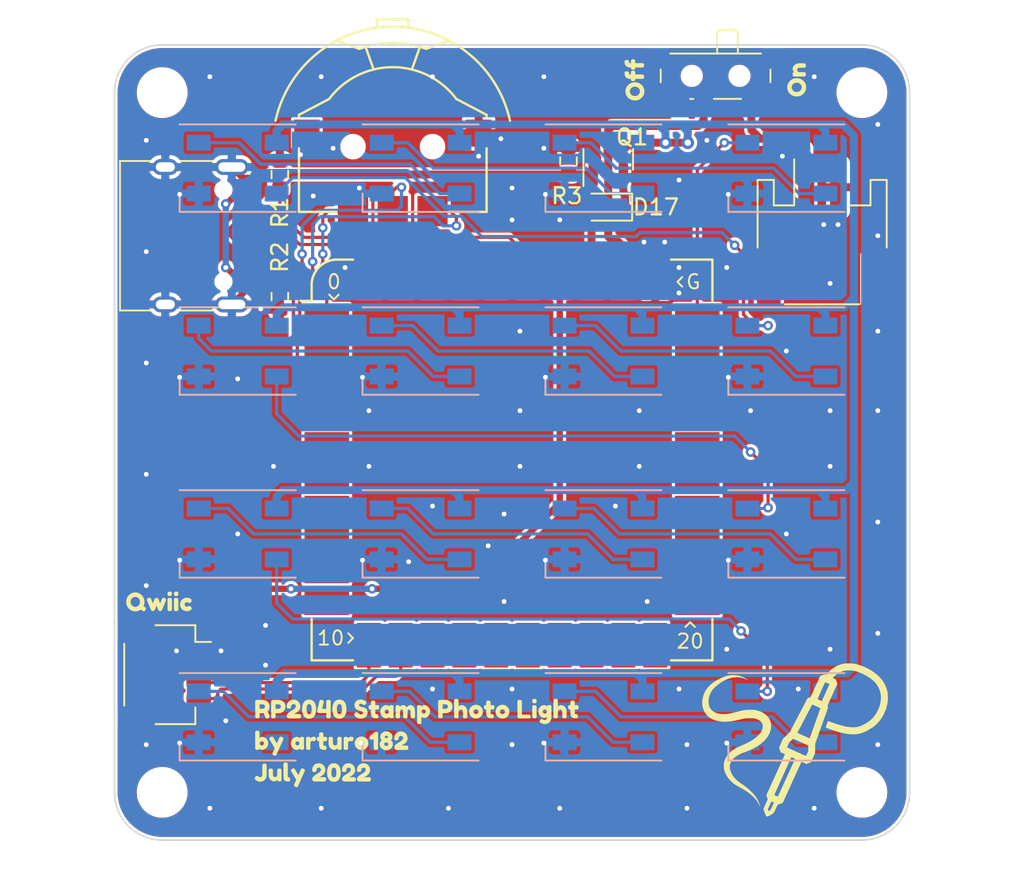
<source format=kicad_pcb>
(kicad_pcb (version 20221018) (generator pcbnew)
  (layers (0 "F.Cu" signal) (31 "B.Cu" signal) (34 "B.Paste" user) (35 "F.Paste" user) (36 "B.SilkS" user "B.Silkscreen") (37 "F.SilkS" user "F.Silkscreen") (38 "B.Mask" user) (39 "F.Mask" user) (44 "Edge.Cuts" user))
  (net 0 "")
  (net 1 "VDD")
  (net 2 "Net-(D1-Pad2)")
  (net 3 "GND")
  (net 4 "/NEOPIXEL")
  (net 5 "Net-(D2-Pad2)")
  (net 6 "Net-(D3-Pad2)")
  (net 7 "Net-(D4-Pad2)")
  (net 8 "Net-(D5-Pad2)")
  (net 9 "Net-(D6-Pad2)")
  (net 10 "Net-(D7-Pad2)")
  (net 11 "Net-(D10-Pad4)")
  (net 12 "+5V")
  (net 13 "Net-(D10-Pad2)")
  (net 14 "Net-(D11-Pad2)")
  (net 15 "Net-(D12-Pad2)")
  (net 16 "Net-(D13-Pad2)")
  (net 17 "Net-(D14-Pad2)")
  (net 18 "Net-(D15-Pad2)")
  (net 19 "Net-(J1-PadA5)")
  (net 20 "/USB_D+")
  (net 21 "/USB_D-")
  (net 23 "Net-(J1-PadB5)")
  (net 25 "+3.3V")
  (net 26 "/SDA")
  (net 27 "/SCL")
  (net 28 "Net-(J3-Pad1)")
  (net 29 "+BATT")
  (net 56 "Net-(D8-Pad2)")
  (net 59 "/SW_CENTER")
  (net 60 "/SW_LEFT")
  (net 61 "/SW_RIGHT")
  (footprint "Connector_USB:USB_C_Receptacle_HRO_TYPE-C-31-M-12" (layer "F.Cu") (at 99.25 77 -90)
    (fp_text reference "J1" hide)
    (fp_text value "USB_C_Receptacle_USB2.0")
  )
  (footprint "kibuzzard-62CB65A7" (layer "F.Cu") (at 97.8 100)
    (fp_text reference "kibuzzard-62CB65A7" hide)
    (fp_text value "G***" hide)
  )
  (footprint "Symbols_Extra:SolderParty-New-Logo_12.5x10.6mm_SilkScreen" (layer "F.Cu") (at 138.2 108.3)
    (fp_text reference "G***" hide)
    (fp_text value "LOGO" hide)
  )
  (footprint "Connector_JST:JST_SH_SM04B-SRSS-TB_1x04-1MP_P1.00mm_Horizontal" (layer "F.Cu") (at 98.3 104.6 -90)
    (fp_text reference "J2" hide)
    (fp_text value "Conn_Qwiic")
  )
  (footprint "Package_TO_SOT_SMD:SOT-23" (layer "F.Cu") (at 126.05 72.2 90)
    (fp_text reference "Q1")
    (fp_text value "BSS84")
  )
  (footprint "Button_Switch_SMD:SW_SPDT_PCM12" (layer "F.Cu") (at 132.8 67.275 180)
    (fp_text reference "SW1" hide)
    (fp_text value "SW_POWER")
  )
  (footprint "kibuzzard-62CB6586" (layer "F.Cu") (at 137.9 67.2 90)
    (fp_text reference "kibuzzard-62CB6586" hide)
    (fp_text value "G***" hide)
  )
  (footprint "kibuzzard-62CB6590" (layer "F.Cu") (at 127.7 67.2 90)
    (fp_text reference "kibuzzard-62CB6590" hide)
    (fp_text value "G***" hide)
  )
  (footprint "Button_Switch_SMD_Extra:MCPL3-AC-V" (layer "F.Cu") (at 112.50017 71.4)
    (fp_text reference "U2" hide)
    (fp_text value "SW_Rocker")
  )
  (footprint "Resistor_SMD:R_0603_1608Metric" (layer "F.Cu") (at 105.4 73.15 90)
    (fp_text reference "R1")
    (fp_text value "5.1K")
  )
  (footprint "MountingHole:MountingHole_2.7mm_M2.5" (layer "F.Cu") (at 142 112)
    (fp_text reference "REF**" hide)
    (fp_text value "MountingHole_2.7mm_M2.5")
  )
  (footprint "MountingHole:MountingHole_2.7mm_M2.5" (layer "F.Cu") (at 142 68)
    (fp_text reference "REF**" hide)
    (fp_text value "MountingHole_2.7mm_M2.5")
  )
  (footprint "MountingHole:MountingHole_2.7mm_M2.5" (layer "F.Cu") (at 98 68)
    (fp_text reference "REF**" hide)
    (fp_text value "MountingHole_2.7mm_M2.5")
  )
  (footprint "kibuzzard-62CB65FC" (layer "F.Cu") (at 114 108.9)
    (fp_text reference "kibuzzard-62CB65FC" hide)
    (fp_text value "G***" hide)
  )
  (footprint "Resistor_SMD:R_0603_1608Metric" (layer "F.Cu") (at 105.4 80.825 -90)
    (fp_text reference "R2")
    (fp_text value "5.1K")
  )
  (footprint "Connector_JST:JST_PH_S2B-PH-SM4-TB_1x02-1MP_P2.00mm_Horizontal" (layer "F.Cu") (at 139.5 76.8)
    (fp_text reference "J3" hide)
    (fp_text value "Conn_Batt")
  )
  (footprint "MountingHole:MountingHole_2.7mm_M2.5" (layer "F.Cu") (at 98 112)
    (fp_text reference "REF**" hide)
    (fp_text value "MountingHole_2.7mm_M2.5")
  )
  (footprint "Resistor_SMD:R_0603_1608Metric" (layer "F.Cu") (at 123.55 72.3 -90)
    (fp_text reference "R3")
    (fp_text value "100K")
  )
  (footprint "Diode_SMD:D_SOD-323" (layer "F.Cu") (at 126.05 75.2 180)
    (fp_text reference "D17")
    (fp_text value "D_Schottky_Small")
  )
  (footprint "RP2040_Stamp:RP2040_Stamp_SMD" (layer "F.Cu") (at 120 91.1)
    (fp_text reference "U1" hide)
    (fp_text value "RP2040_Stamp")
  )
  (footprint "LED_SMD:LED_WS2812B_PLCC4_5.0x5.0mm_P3.2mm" (layer "B.Cu") (at 114.25 95.75 180)
    (fp_text reference "D11" hide)
    (fp_text value "WS2812C")
  )
  (footprint "LED_SMD:LED_WS2812B_PLCC4_5.0x5.0mm_P3.2mm" (layer "B.Cu") (at 102.75 72.75 180)
    (fp_text reference "D4" hide)
    (fp_text value "WS2812C")
  )
  (footprint "LED_SMD:LED_WS2812B_PLCC4_5.0x5.0mm_P3.2mm" (layer "B.Cu") (at 125.75 84.25 180)
    (fp_text reference "D6" hide)
    (fp_text value "WS2812C")
  )
  (footprint "LED_SMD:LED_WS2812B_PLCC4_5.0x5.0mm_P3.2mm" (layer "B.Cu") (at 125.75 72.75 180)
    (fp_text reference "D2" hide)
    (fp_text value "WS2812C")
  )
  (footprint "LED_SMD:LED_WS2812B_PLCC4_5.0x5.0mm_P3.2mm" (layer "B.Cu") (at 137.25 72.75 180)
    (fp_text reference "D1" hide)
    (fp_text value "WS2812C")
  )
  (footprint "LED_SMD:LED_WS2812B_PLCC4_5.0x5.0mm_P3.2mm" (layer "B.Cu") (at 102.75 107.25 180)
    (fp_text reference "D16" hide)
    (fp_text value "WS2812C")
  )
  (footprint "LED_SMD:LED_WS2812B_PLCC4_5.0x5.0mm_P3.2mm" (layer "B.Cu") (at 102.75 84.25 180)
    (fp_text reference "D8" hide)
    (fp_text value "WS2812C")
  )
  (footprint "LED_SMD:LED_WS2812B_PLCC4_5.0x5.0mm_P3.2mm" (layer "B.Cu") (at 114.25 84.25 180)
    (fp_text reference "D7" hide)
    (fp_text value "WS2812C")
  )
  (footprint "LED_SMD:LED_WS2812B_PLCC4_5.0x5.0mm_P3.2mm" (layer "B.Cu") (at 125.75 107.25 180)
    (fp_text reference "D14" hide)
    (fp_text value "WS2812C")
  )
  (footprint "LED_SMD:LED_WS2812B_PLCC4_5.0x5.0mm_P3.2mm" (layer "B.Cu") (at 137.25 95.75 180)
    (fp_text reference "D9" hide)
    (fp_text value "WS2812C")
  )
  (footprint "LED_SMD:LED_WS2812B_PLCC4_5.0x5.0mm_P3.2mm" (layer "B.Cu") (at 114.25 107.25 180)
    (fp_text reference "D15" hide)
    (fp_text value "WS2812C")
  )
  (footprint "LED_SMD:LED_WS2812B_PLCC4_5.0x5.0mm_P3.2mm" (layer "B.Cu") (at 102.75 95.75 180)
    (fp_text reference "D12" hide)
    (fp_text value "WS2812C")
  )
  (footprint "LED_SMD:LED_WS2812B_PLCC4_5.0x5.0mm_P3.2mm" (layer "B.Cu") (at 125.75 95.75 180)
    (fp_text reference "D10" hide)
    (fp_text value "WS2812C")
  )
  (footprint "LED_SMD:LED_WS2812B_PLCC4_5.0x5.0mm_P3.2mm" (layer "B.Cu") (at 137.25 84.25 180)
    (fp_text reference "D5" hide)
    (fp_text value "WS2812C")
  )
  (footprint "LED_SMD:LED_WS2812B_PLCC4_5.0x5.0mm_P3.2mm" (layer "B.Cu") (at 114.25 72.75 180)
    (fp_text reference "D3" hide)
    (fp_text value "WS2812C")
  )
  (footprint "LED_SMD:LED_WS2812B_PLCC4_5.0x5.0mm_P3.2mm" (layer "B.Cu") (at 137.25 107.25 180)
    (fp_text reference "D13" hide)
    (fp_text value "WS2812C")
  )
  (gr_arc (start 142 65) (mid 144.121321 65.87868) (end 145 68) (stroke (width 0.1)) (layer "Edge.Cuts"))
  (gr_line (start 145 68) (end 145 112) (stroke (width 0.1)) (layer "Edge.Cuts"))
  (gr_line (start 95 112) (end 95 68) (stroke (width 0.1)) (layer "Edge.Cuts"))
  (gr_line (start 142 115) (end 98 115) (stroke (width 0.1)) (layer "Edge.Cuts"))
  (gr_line (start 98 65) (end 142 65) (stroke (width 0.1)) (layer "Edge.Cuts"))
  (gr_arc (start 98 115) (mid 95.87868 114.12132) (end 95 112) (stroke (width 0.1)) (layer "Edge.Cuts"))
  (gr_arc (start 145 112) (mid 144.12132 114.12132) (end 142 115) (stroke (width 0.1)) (layer "Edge.Cuts"))
  (gr_arc (start 95 68) (mid 95.87868 65.87868) (end 98 65) (stroke (width 0.1)) (layer "Edge.Cuts"))
  (segment (start 127 74.3) (end 127.1 74.4) (width 0.5) (layer "F.Cu") (net 1))
  (segment (start 127 71.6) (end 127.45 71.15) (width 0.5) (layer "F.Cu") (net 1))
  (segment (start 129.65 71.15) (end 131.05 71.15) (width 0.5) (layer "F.Cu") (net 1))
  (segment (start 127.45 71.15) (end 129.65 71.15) (width 0.5) (layer "F.Cu") (net 1))
  (segment (start 127 73.1375) (end 127 74.3) (width 0.5) (layer "F.Cu") (net 1))
  (segment (start 127.1 74.4) (end 127.1 75.2) (width 0.5) (layer "F.Cu") (net 1))
  (segment (start 127 73.1375) (end 127 71.6) (width 0.5) (layer "F.Cu") (net 1))
  (via (at 129.65 71.15) (size 0.8) (drill 0.4) (layers "F.Cu" "B.Cu") (net 1))
  (via (at 131.05 71.15) (size 0.8) (drill 0.4) (layers "F.Cu" "B.Cu") (net 1))
  (segment (start 139.3 70) (end 139.7 70.4) (width 0.5) (layer "B.Cu") (net 1))
  (segment (start 105.6 70) (end 116.3 70) (width 0.5) (layer "B.Cu") (net 1))
  (segment (start 128.2 105.65) (end 128.2 104.9) (width 0.5) (layer "B.Cu") (net 1))
  (segment (start 105.2 105.65) (end 105.2 105) (width 0.5) (layer "B.Cu") (net 1))
  (segment (start 129.2 70) (end 139.3 70) (width 0.5) (layer "B.Cu") (net 1))
  (segment (start 141 93) (end 141.5 92.5) (width 0.5) (layer "B.Cu") (net 1))
  (segment (start 139.3 81.5) (end 140.9 81.5) (width 0.5) (layer "B.Cu") (net 1))
  (segment (start 115.8 81.5) (end 116.3 81.5) (width 0.5) (layer "B.Cu") (net 1))
  (segment (start 128.2 93.4) (end 128.2 94.15) (width 0.5) (layer "B.Cu") (net 1))
  (segment (start 116.7 93.4) (end 116.7 94.15) (width 0.5) (layer "B.Cu") (net 1))
  (segment (start 140.9 81.5) (end 141.5 80.9) (width 0.5) (layer "B.Cu") (net 1))
  (segment (start 128.2 70.4) (end 128.2 71.15) (width 0.5) (layer "B.Cu") (net 1))
  (segment (start 116.3 81.5) (end 116.7 81.9) (width 0.5) (layer "B.Cu") (net 1))
  (segment (start 116.3 70) (end 127.8 70) (width 0.5) (layer "B.Cu") (net 1))
  (segment (start 105.6 93) (end 116.3 93) (width 0.5) (layer "B.Cu") (net 1))
  (segment (start 127.8 93) (end 128.2 93.4) (width 0.5) (layer "B.Cu") (net 1))
  (segment (start 116.7 70.4) (end 116.7 71.15) (width 0.5) (layer "B.Cu") (net 1))
  (segment (start 131.05 71.15) (end 131.05 70.45) (width 0.5) (layer "B.Cu") (net 1))
  (segment (start 116.3 70) (end 116.7 70.4) (width 0.5) (layer "B.Cu") (net 1))
  (segment (start 141.5 70.7) (end 140.8 70) (width 0.5) (layer "B.Cu") (net 1))
  (segment (start 141.5 91.6) (end 141.5 92.5) (width 0.5) (layer "B.Cu") (net 1))
  (segment (start 139.7 104.9) (end 139.3 104.5) (width 0.5) (layer "B.Cu") (net 1))
  (segment (start 105.6 81.5) (end 115.8 81.5) (width 0.5) (layer "B.Cu") (net 1))
  (segment (start 139.7 93.4) (end 139.7 94.15) (width 0.5) (layer "B.Cu") (net 1))
  (segment (start 116.3 93) (end 116.7 93.4) (width 0.5) (layer "B.Cu") (net 1))
  (segment (start 127.8 93) (end 139.3 93) (width 0.5) (layer "B.Cu") (net 1))
  (segment (start 116.7 81.9) (end 116.7 82.65) (width 0.5) (layer "B.Cu") (net 1))
  (segment (start 105.2 93.4) (end 105.6 93) (width 0.5) (layer "B.Cu") (net 1))
  (segment (start 139.3 104.5) (end 141.05 104.5) (width 0.5) (layer "B.Cu") (net 1))
  (segment (start 139.3 93) (end 139.7 93.4) (width 0.5) (layer "B.Cu") (net 1))
  (segment (start 105.2 105) (end 105.7 104.5) (width 0.5) (layer "B.Cu") (net 1))
  (segment (start 141.5 104.05) (end 141.5 92.5) (width 0.5) (layer "B.Cu") (net 1))
  (segment (start 105.7 104.5) (end 115.55 104.5) (width 0.5) (layer "B.Cu") (net 1))
  (segment (start 141.5 80.9) (end 141.5 91.6) (width 0.5) (layer "B.Cu") (net 1))
  (segment (start 129.65 70.45) (end 129.2 70) (width 0.5) (layer "B.Cu") (net 1))
  (segment (start 116.7 105.65) (end 116.7 104.9) (width 0.5) (layer "B.Cu") (net 1))
  (segment (start 127.8 70) (end 129.2 70) (width 0.5) (layer "B.Cu") (net 1))
  (segment (start 105.2 70.4) (end 105.6 70) (width 0.5) (layer "B.Cu") (net 1))
  (segment (start 105.2 82.65) (end 105.2 81.9) (width 0.5) (layer "B.Cu") (net 1))
  (segment (start 141.05 104.5) (end 141.5 104.05) (width 0.5) (layer "B.Cu") (net 1))
  (segment (start 140.8 70) (end 139.3 70) (width 0.5) (layer "B.Cu") (net 1))
  (segment (start 139.3 81.5) (end 139.7 81.9) (width 0.5) (layer "B.Cu") (net 1))
  (segment (start 128.2 81.9) (end 128.2 82.65) (width 0.5) (layer "B.Cu") (net 1))
  (segment (start 127.8 104.5) (end 139.3 104.5) (width 0.5) (layer "B.Cu") (net 1))
  (segment (start 105.2 71.15) (end 105.2 70.4) (width 0.5) (layer "B.Cu") (net 1))
  (segment (start 115.5 104.5) (end 116.3 104.5) (width 0.5) (layer "B.Cu") (net 1))
  (segment (start 127.8 81.5) (end 128.2 81.9) (width 0.5) (layer "B.Cu") (net 1))
  (segment (start 115.8 81.5) (end 127.8 81.5) (width 0.5) (layer "B.Cu") (net 1))
  (segment (start 131.05 70.45) (end 130.6 70) (width 0.5) (layer "B.Cu") (net 1))
  (segment (start 116.7 104.9) (end 116.3 104.5) (width 0.5) (layer "B.Cu") (net 1))
  (segment (start 105.2 94.15) (end 105.2 93.4) (width 0.5) (layer "B.Cu") (net 1))
  (segment (start 116.3 93) (end 127.8 93) (width 0.5) (layer "B.Cu") (net 1))
  (segment (start 129.65 71.15) (end 129.65 70.45) (width 0.5) (layer "B.Cu") (net 1))
  (segment (start 139.7 70.4) (end 139.7 71.15) (width 0.5) (layer "B.Cu") (net 1))
  (segment (start 116.3 104.5) (end 127.8 104.5) (width 0.5) (layer "B.Cu") (net 1))
  (segment (start 139.7 105.65) (end 139.7 104.9) (width 0.5) (layer "B.Cu") (net 1))
  (segment (start 139.7 81.9) (end 139.7 82.65) (width 0.5) (layer "B.Cu") (net 1))
  (segment (start 141.5 80.9) (end 141.5 70.7) (width 0.5) (layer "B.Cu") (net 1))
  (segment (start 128.2 104.9) (end 127.8 104.5) (width 0.5) (layer "B.Cu") (net 1))
  (segment (start 139.3 93) (end 141 93) (width 0.5) (layer "B.Cu") (net 1))
  (segment (start 127.8 81.5) (end 139.3 81.5) (width 0.5) (layer "B.Cu") (net 1))
  (segment (start 105.2 81.9) (end 105.6 81.5) (width 0.5) (layer "B.Cu") (net 1))
  (segment (start 127.8 70) (end 128.2 70.4) (width 0.5) (layer "B.Cu") (net 1))
  (segment (start 124.95 71.15) (end 126.55 72.75) (width 0.2) (layer "B.Cu") (net 2))
  (segment (start 123.3 71.15) (end 124.95 71.15) (width 0.2) (layer "B.Cu") (net 2))
  (segment (start 126.55 72.75) (end 136.45 72.75) (width 0.2) (layer "B.Cu") (net 2))
  (segment (start 136.45 72.75) (end 138.05 74.35) (width 0.2) (layer "B.Cu") (net 2))
  (segment (start 138.05 74.35) (end 139.7 74.35) (width 0.2) (layer "B.Cu") (net 2))
  (segment (start 103.295 80.405) (end 102.38 81.32) (width 0.4) (layer "F.Cu") (net 3))
  (segment (start 103.295 73.75) (end 103.295 73.595) (width 0.4) (layer "F.Cu") (net 3))
  (segment (start 106.7 71.9) (end 106.275 72.325) (width 0.2) (layer "F.Cu") (net 3))
  (segment (start 103.295 73.595) (end 102.38 72.68) (width 0.4) (layer "F.Cu") (net 3))
  (segment (start 103.295 80.25) (end 103.295 80.405) (width 0.4) (layer "F.Cu") (net 3))
  (segment (start 106.275 72.325) (end 105.4 72.325) (width 0.2) (layer "F.Cu") (net 3))
  (via (at 101 113) (size 0.6) (drill 0.3) (layers "F.Cu" "B.Cu") (net 3))
  (via (at 99.1 108.9) (size 0.6) (drill 0.3) (layers "F.Cu" "B.Cu") (net 3))
  (via (at 143 102) (size 0.6) (drill 0.3) (layers "F.Cu" "B.Cu") (net 3))
  (via (at 119.5 100) (size 0.6) (drill 0.3) (layers "F.Cu" "B.Cu") (net 3))
  (via (at 133.5 108.9) (size 0.6) (drill 0.3) (layers "F.Cu" "B.Cu") (net 3))
  (via (at 110.6 85.9) (size 0.6) (drill 0.3) (layers "F.Cu" "B.Cu") (net 3))
  (via (at 109.5 79) (size 0.6) (drill 0.3) (layers "F.Cu" "B.Cu") (net 3))
  (via (at 106.7 71.9) (size 0.6) (drill 0.3) (layers "F.Cu" "B.Cu") (net 3))
  (via (at 122 67) (size 0.6) (drill 0.3) (layers "F.Cu" "B.Cu") (net 3))
  (via (at 128.5 100) (size 0.6) (drill 0.3) (layers "F.Cu" "B.Cu") (net 3))
  (via (at 143 83) (size 0.6) (drill 0.3) (layers "F.Cu" "B.Cu") (net 3))
  (via (at 116 113) (size 0.6) (drill 0.3) (layers "F.Cu" "B.Cu") (net 3))
  (via (at 129.6 77.4) (size 0.6) (drill 0.3) (layers "F.Cu" "B.Cu") (net 3))
  (via (at 131 113) (size 0.6) (drill 0.3) (layers "F.Cu" "B.Cu") (net 3))
  (via (at 101.7 103.1) (size 0.6) (drill 0.3) (layers "F.Cu" "B.Cu") (net 3))
  (via (at 122.1 74.4) (size 0.6) (drill 0.3) (layers "F.Cu" "B.Cu") (net 3))
  (via (at 140 88) (size 0.6) (drill 0.3) (layers "F.Cu" "B.Cu") (net 3))
  (via (at 138 105.5) (size 0.6) (drill 0.3) (layers "F.Cu" "B.Cu") (net 3))
  (via (at 99.1 85.9) (size 0.6) (drill 0.3) (layers "F.Cu" "B.Cu") (net 3))
  (via (at 130.5 73.5) (size 0.6) (drill 0.3) (layers "F.Cu" "B.Cu") (net 3))
  (via (at 143 70) (size 0.6) (drill 0.3) (layers "F.Cu" "B.Cu") (net 3))
  (via (at 137.25 84.25) (size 0.6) (drill 0.3) (layers "F.Cu" "B.Cu") (net 3))
  (via (at 110.5 108.9) (size 0.6) (drill 0.3) (layers "F.Cu" "B.Cu") (net 3))
  (via (at 97 99) (size 0.6) (drill 0.3) (layers "F.Cu" "B.Cu") (net 3))
  (via (at 123 113) (size 0.6) (drill 0.3) (layers "F.Cu" "B.Cu") (net 3))
  (via (at 122.1 97.4) (size 0.6) (drill 0.3) (layers "F.Cu" "B.Cu") (net 3))
  (via (at 120 105.5) (size 0.6) (drill 0.3) (layers "F.Cu" "B.Cu") (net 3))
  (via (at 102.75 86) (size 0.6) (drill 0.3) (layers "F.Cu" "B.Cu") (net 3))
  (via (at 105 91.5) (size 0.6) (drill 0.3) (layers "F.Cu" "B.Cu") (net 3))
  (via (at 126.5 94) (size 0.6) (drill 0.3) (layers "F.Cu" "B.Cu") (net 3))
  (via (at 111 91.5) (size 0.6) (drill 0.3) (layers "F.Cu" "B.Cu") (net 3))
  (via (at 104.5 104) (size 0.6) (drill 0.3) (layers "F.Cu" "B.Cu") (net 3))
  (via (at 104.5 101.5) (size 0.6) (drill 0.3) (layers "F.Cu" "B.Cu") (net 3))
  (via (at 133.6 74.4) (size 0.6) (drill 0.3) (layers "F.Cu" "B.Cu") (net 3))
  (via (at 140 103) (size 0.6) (drill 0.3) (layers "F.Cu" "B.Cu") (net 3))
  (via (at 120 76) (size 0.6) (drill 0.3) (layers "F.Cu" "B.Cu") (net 3))
  (via (at 120.5 88) (size 0.6) (drill 0.3) (layers "F.Cu" "B.Cu") (net 3))
  (via (at 99.1 97.4) (size 0.6) (drill 0.3) (layers "F.Cu" "B.Cu") (net 3))
  (via (at 98.9 103.1) (size 0.6) (drill 0.3) (layers "F.Cu" "B.Cu") (net 3))
  (via (at 115 105.5) (size 0.6) (drill 0.3) (layers "F.Cu" "B.Cu") (net 3))
  (via (at 108 67) (size 0.6) (drill 0.3) (layers "F.Cu" "B.Cu") (net 3))
  (via (at 120 74) (size 0.6) (drill 0.3) (layers "F.Cu" "B.Cu") (net 3))
  (via (at 143 88) (size 0.6) (drill 0.3) (layers "F.Cu" "B.Cu") (net 3))
  (via (at 110.6 97.4) (size 0.6) (drill 0.3) (layers "F.Cu" "B.Cu") (net 3))
  (via (at 119.5 94.5) (size 0.6) (drill 0.3) (layers "F.Cu" "B.Cu") (net 3))
  (via (at 123 76) (size 0.6) (drill 0.3) (layers "F.Cu" "B.Cu") (net 3))
  (via (at 119.3 70.9) (size 0.6) (drill 0.3) (layers "F.Cu" "B.Cu") (net 3))
  (via (at 139 113) (size 0.6) (drill 0.3) (layers "F.Cu" "B.Cu") (net 3))
  (via (at 143 77) (size 0.6) (drill 0.3) (layers "F.Cu" "B.Cu") (net 3))
  (via (at 135 88) (size 0.6) (drill 0.3) (layers "F.Cu" "B.Cu") (net 3))
  (via (at 130.5 105.5) (size 0.6) (drill 0.3) (layers "F.Cu" "B.Cu") (net 3))
  (via (at 140 80) (size 0.6) (drill 0.3) (layers "F.Cu" "B.Cu") (net 3))
  (via (at 111 88) (size 0.6) (drill 0.3) (layers "F.Cu" "B.Cu") (net 3))
  (via (at 143 95) (size 0.6) (drill 0.3) (layers "F.Cu" "B.Cu") (net 3))
  (via (at 137.25 95.75) (size 0.6) (drill 0.3) (layers "F.Cu" "B.Cu") (net 3))
  (via (at 122 108.9) (size 0.6) (drill 0.3) (layers "F.Cu" "B.Cu") (net 3))
  (via (at 122.1 85.9) (size 0.6) (drill 0.3) (layers "F.Cu" "B.Cu") (net 3))
  (via (at 122 71.5) (size 0.6) (drill 0.3) (layers "F.Cu" "B.Cu") (net 3))
  (via (at 133.5 103) (size 0.6) (drill 0.3) (layers "F.Cu" "B.Cu") (net 3))
  (via (at 115 94) (size 0.6) (drill 0.3) (layers "F.Cu" "B.Cu") (net 3))
  (via (at 108.75 71.5) (size 0.6) (drill 0.3) (layers "F.Cu" "B.Cu") (net 3))
  (via (at 101 67) (size 0.6) (drill 0.3) (layers "F.Cu" "B.Cu") (net 3))
  (via (at 102 107.5) (size 0.6) (drill 0.3) (layers "F.Cu" "B.Cu") (net 3))
  (via (at 97 78) (size 0.6) (drill 0.3) (layers "F.Cu" "B.Cu") (net 3))
  (via (at 120.5 91.5) (size 0.6) (drill 0.3) (layers "F.Cu" "B.Cu") (net 3))
  (via (at 133.6 85.9) (size 0.6) (drill 0.3) (layers "F.Cu" "B.Cu") (net 3))
  (via (at 104.2 81.6) (size 0.6) (drill 0.3) (layers "F.Cu" "B.Cu") (net 3))
  (via (at 139.6 76.3) (size 0.6) (drill 0.3) (layers "F.Cu" "B.Cu") (net 3))
  (via (at 110.4 74.000498) (size 0.6) (drill 0.3) (layers "F.Cu" "B.Cu") (net 3))
  (via (at 120 109) (size 0.6) (drill 0.3) (layers "F.Cu" "B.Cu") (net 3))
  (via (at 139 67) (size 0.6) (drill 0.3) (layers "F.Cu" "B.Cu") (net 3))
  (via (at 102.75 95.75) (size 0.6) (drill 0.3) (layers "F.Cu" "B.Cu") (net 3))
  (via (at 113.5 97.5) (size 0.6) (drill 0.3) (layers "F.Cu" "B.Cu") (net 3))
  (via (at 99.1 74.4) (size 0.6) (drill 0.3) (layers "F.Cu" "B.Cu") (net 3))
  (via (at 140.5 76.3) (size 0.6) (drill 0.3) (layers "F.Cu" "B.Cu") (net 3))
  (via (at 128 91.5) (size 0.6) (drill 0.3) (layers "F.Cu" "B.Cu") (net 3))
  (via (at 143 109) (size 0.6) (drill 0.3) (layers "F.Cu" "B.Cu") (net 3))
  (via (at 140 91.5) (size 0.6) (drill 0.3) (layers "F.Cu" "B.Cu") (net 3))
  (via (at 128.3 77.4) (size 0.6) (drill 0.3) (layers "F.Cu" "B.Cu") (net 3))
  (via (at 97 109) (size 0.6) (drill 0.3) (layers "F.Cu" "B.Cu") (net 3))
  (via (at 118.5 96.5) (size 0.6) (drill 0.3) (layers "F.Cu" "B.Cu") (net 3))
  (via (at 130.5 79) (size 0.6) (drill 0.3) (layers "F.Cu" "B.Cu") (net 3))
  (via (at 120.5 83) (size 0.6) (drill 0.3) (layers "F.Cu" "B.Cu") (net 3))
  (via (at 128 88) (size 0.6) (drill 0.3) (layers "F.Cu" "B.Cu") (net 3))
  (via (at 137 72) (size 0.6) (drill 0.3) (layers "F.Cu" "B.Cu") (net 3))
  (via (at 133.6 97.4) (size 0.6) (drill 0.3) (layers "F.Cu" "B.Cu") (net 3))
  (via (at 97 85) (size 0.6) (drill 0.3) (layers "F.Cu" "B.Cu") (net 3))
  (via (at 97 92) (size 0.6) (drill 0.3) (layers "F.Cu" "B.Cu") (net 3))
  (via (at 115 67) (size 0.6) (drill 0.3) (layers "F.Cu" "B.Cu") (net 3))
  (via (at 108 113) (size 0.6) (drill 0.3) (layers "F.Cu" "B.Cu") (net 3))
  (via (at 107.5 74.5) (size 0.6) (drill 0.3) (layers "F.Cu" "B.Cu") (net 3))
  (via (at 117.9 72) (size 0.6) (drill 0.3) (layers "F.Cu" "B.Cu") (net 3))
  (via (at 131 109) (size 0.6) (drill 0.3) (layers "F.Cu" "B.Cu") (net 3))
  (via (at 130.5 80.6) (size 0.6) (drill 0.3) (layers "F.Cu" "B.Cu") (net 3))
  (via (at 132.25 71) (size 0.6) (drill 0.3) (layers "F.Cu" "B.Cu") (net 3))
  (via (at 133.5 79) (size 0.6) (drill 0.3) (layers "F.Cu" "B.Cu") (net 3))
  (via (at 97 71) (size 0.6) (drill 0.3) (layers "F.Cu" "B.Cu") (net 3))
  (segment (start 111.8 74.35) (end 110.749502 74.35) (width 0.2) (layer "B.Cu") (net 3))
  (segment (start 110.749502 74.35) (end 110.4 74.000498) (width 0.2) (layer "B.Cu") (net 3))
  (segment (start 131.65 72.85) (end 131.65 82.1) (width 0.2) (layer "F.Cu") (net 4))
  (segment (start 133.35 71.15) (end 131.65 72.85) (width 0.2) (layer "F.Cu") (net 4))
  (via (at 133.35 71.15) (size 0.6) (drill 0.3) (layers "F.Cu" "B.Cu") (net 4))
  (segment (start 134.8 71.15) (end 133.35 71.15) (width 0.2) (layer "B.Cu") (net 4))
  (segment (start 126.25 74.35) (end 128.2 74.35) (width 0.2) (layer "B.Cu") (net 5))
  (segment (start 115.05 72.75) (end 124.65 72.75) (width 0.2) (layer "B.Cu") (net 5))
  (segment (start 124.65 72.75) (end 126.25 74.35) (width 0.2) (layer "B.Cu") (net 5))
  (segment (start 111.8 71.15) (end 113.45 71.15) (width 0.2) (layer "B.Cu") (net 5))
  (segment (start 113.45 71.15) (end 115.05 72.75) (width 0.2) (layer "B.Cu") (net 5))
  (segment (start 116.7 74.35) (end 115.45 74.35) (width 0.2) (layer "B.Cu") (net 6))
  (segment (start 104.2 72.5) (end 102.85 71.15) (width 0.2) (layer "B.Cu") (net 6))
  (segment (start 113.6 72.5) (end 104.2 72.5) (width 0.2) (layer "B.Cu") (net 6))
  (segment (start 115.45 74.35) (end 113.6 72.5) (width 0.2) (layer "B.Cu") (net 6))
  (segment (start 102.85 71.15) (end 100.3 71.15) (width 0.2) (layer "B.Cu") (net 6))
  (segment (start 134 77.6) (end 134.55 78.15) (width 0.2) (layer "F.Cu") (net 7))
  (segment (start 134.55 78.15) (end 134.55 81.95) (width 0.2) (layer "F.Cu") (net 7))
  (segment (start 134.55 81.95) (end 135.25 82.65) (width 0.2) (layer "F.Cu") (net 7))
  (segment (start 135.25 82.65) (end 136.1 82.65) (width 0.2) (layer "F.Cu") (net 7))
  (via (at 134 77.6) (size 0.6) (drill 0.3) (layers "F.Cu" "B.Cu") (net 7))
  (via (at 136.1 82.65) (size 0.6) (drill 0.3) (layers "F.Cu" "B.Cu") (net 7))
  (segment (start 134.8 82.65) (end 136.1 82.65) (width 0.2) (layer "B.Cu") (net 7))
  (segment (start 106.199511 73.350489) (end 105.2 74.35) (width 0.2) (layer "B.Cu") (net 7))
  (segment (start 133.200489 76.800489) (end 128.051673 76.800489) (width 0.2) (layer "B.Cu") (net 7))
  (segment (start 115.723329 75.775989) (end 113.297829 73.350489) (width 0.2) (layer "B.Cu") (net 7))
  (segment (start 118.1 77.05) (end 116.825989 75.775989) (width 0.2) (layer "B.Cu") (net 7))
  (segment (start 113.297829 73.350489) (end 106.199511 73.350489) (width 0.2) (layer "B.Cu") (net 7))
  (segment (start 128.051673 76.800489) (end 127.802162 77.05) (width 0.2) (layer "B.Cu") (net 7))
  (segment (start 134 77.6) (end 133.200489 76.800489) (width 0.2) (layer "B.Cu") (net 7))
  (segment (start 116.825989 75.775989) (end 115.723329 75.775989) (width 0.2) (layer "B.Cu") (net 7))
  (segment (start 127.802162 77.05) (end 118.1 77.05) (width 0.2) (layer "B.Cu") (net 7))
  (segment (start 123.3 82.65) (end 125.25 82.65) (width 0.2) (layer "B.Cu") (net 8))
  (segment (start 126.85 84.25) (end 136.25 84.25) (width 0.2) (layer "B.Cu") (net 8))
  (segment (start 125.25 82.65) (end 126.85 84.25) (width 0.2) (layer "B.Cu") (net 8))
  (segment (start 136.25 84.25) (end 137.85 85.85) (width 0.2) (layer "B.Cu") (net 8))
  (segment (start 137.85 85.85) (end 139.7 85.85) (width 0.2) (layer "B.Cu") (net 8))
  (segment (start 115.35 84.25) (end 124.85 84.25) (width 0.2) (layer "B.Cu") (net 9))
  (segment (start 111.8 82.65) (end 113.75 82.65) (width 0.2) (layer "B.Cu") (net 9))
  (segment (start 126.45 85.85) (end 128.2 85.85) (width 0.2) (layer "B.Cu") (net 9))
  (segment (start 124.85 84.25) (end 126.45 85.85) (width 0.2) (layer "B.Cu") (net 9))
  (segment (start 113.75 82.65) (end 115.35 84.25) (width 0.2) (layer "B.Cu") (net 9))
  (segment (start 100.3 82.65) (end 100.3 83.45) (width 0.2) (layer "B.Cu") (net 10))
  (segment (start 101.1 84.25) (end 113.45 84.25) (width 0.2) (layer "B.Cu") (net 10))
  (segment (start 115.05 85.85) (end 116.7 85.85) (width 0.2) (layer "B.Cu") (net 10))
  (segment (start 100.3 83.45) (end 101.1 84.25) (width 0.2) (layer "B.Cu") (net 10))
  (segment (start 113.45 84.25) (end 115.05 85.85) (width 0.2) (layer "B.Cu") (net 10))
  (segment (start 126.75 95.75) (end 136.25 95.75) (width 0.2) (layer "B.Cu") (net 11))
  (segment (start 137.85 97.35) (end 139.7 97.35) (width 0.2) (layer "B.Cu") (net 11))
  (segment (start 136.25 95.75) (end 137.85 97.35) (width 0.2) (layer "B.Cu") (net 11))
  (segment (start 123.3 94.15) (end 125.15 94.15) (width 0.2) (layer "B.Cu") (net 11))
  (segment (start 125.15 94.15) (end 126.75 95.75) (width 0.2) (layer "B.Cu") (net 11))
  (segment (start 104.75 73.15) (end 106.05 73.15) (width 0.4) (layer "F.Cu") (net 12))
  (segment (start 125.1 73.1375) (end 125.1 74.4) (width 0.5) (layer "F.Cu") (net 12))
  (segment (start 102.505339 79.45) (end 102.055339 79) (width 0.4) (layer "F.Cu") (net 12))
  (segment (start 103.295 79.45) (end 102.505339 79.45) (width 0.4) (layer "F.Cu") (net 12))
  (segment (start 125.1 73.1375) (end 123.5625 73.1375) (width 0.5) (layer "F.Cu") (net 12))
  (segment (start 104.4 73.5) (end 104.75 73.15) (width 0.4) (layer "F.Cu") (net 12))
  (segment (start 125 75.2) (end 125 74.5) (width 0.4) (layer "F.Cu") (net 12))
  (segment (start 103.295 74.55) (end 104.15 74.55) (width 0.4) (layer "F.Cu") (net 12))
  (segment (start 103.295 74.55) (end 102.505339 74.55) (width 0.4) (layer "F.Cu") (net 12))
  (segment (start 123.55 73.125) (end 123.525 73.15) (width 0.5) (layer "F.Cu") (net 12))
  (segment (start 125 79.45) (end 125 75.2) (width 0.4) (layer "F.Cu") (net 12))
  (segment (start 102.505339 74.55) (end 102.055339 75) (width 0.4) (layer "F.Cu") (net 12))
  (segment (start 102.055339 79) (end 102 79) (width 0.4) (layer "F.Cu") (net 12))
  (segment (start 125 74.5) (end 125 79.45) (width 0.5) (layer "F.Cu") (net 12))
  (segment (start 125.1 74.4) (end 125 74.5) (width 0.5) (layer "F.Cu") (net 12))
  (segment (start 104.4 74.3) (end 104.4 73.5) (width 0.4) (layer "F.Cu") (net 12))
  (segment (start 123.5625 73.1375) (end 123.55 73.125) (width 0.5) (layer "F.Cu") (net 12))
  (segment (start 123.525 73.15) (end 106.05 73.15) (width 0.5) (layer "F.Cu") (net 12))
  (segment (start 102.055339 75) (end 102 75) (width 0.4) (layer "F.Cu") (net 12))
  (segment (start 104.15 74.55) (end 104.4 74.3) (width 0.4) (layer "F.Cu") (net 12))
  (via (at 102 75) (size 0.6) (drill 0.3) (layers "F.Cu" "B.Cu") (net 12))
  (via (at 102 79) (size 0.6) (drill 0.3) (layers "F.Cu" "B.Cu") (net 12))
  (segment (start 102 79) (end 102 75) (width 0.4) (layer "B.Cu") (net 12))
  (segment (start 115.05 95.75) (end 113.45 94.15) (width 0.2) (layer "B.Cu") (net 13))
  (segment (start 126.35 97.35) (end 124.75 95.75) (width 0.2) (layer "B.Cu") (net 13))
  (segment (start 113.45 94.15) (end 111.8 94.15) (width 0.2) (layer "B.Cu") (net 13))
  (segment (start 128.2 97.35) (end 126.35 97.35) (width 0.2) (layer "B.Cu") (net 13))
  (segment (start 124.75 95.75) (end 115.05 95.75) (width 0.2) (layer "B.Cu") (net 13))
  (segment (start 116.7 97.35) (end 114.65 97.35) (width 0.2) (layer "B.Cu") (net 14))
  (segment (start 114.65 97.35) (end 113.05 95.75) (width 0.2) (layer "B.Cu") (net 14))
  (segment (start 113.05 95.75) (end 103.75 95.75) (width 0.2) (layer "B.Cu") (net 14))
  (segment (start 102.15 94.15) (end 100.3 94.15) (width 0.2) (layer "B.Cu") (net 14))
  (segment (start 103.75 95.75) (end 102.15 94.15) (width 0.2) (layer "B.Cu") (net 14))
  (segment (start 136.05 103.5) (end 134.4 101.85) (width 0.2) (layer "F.Cu") (net 15))
  (segment (start 136.05 105.65) (end 136.05 103.5) (width 0.2) (layer "F.Cu") (net 15))
  (via (at 134.4 101.85) (size 0.6) (drill 0.3) (layers "F.Cu" "B.Cu") (net 15))
  (via (at 136.05 105.65) (size 0.6) (drill 0.3) (layers "F.Cu" "B.Cu") (net 15))
  (segment (start 106.2 101.1) (end 105.2 100.1) (width 0.2) (layer "B.Cu") (net 15))
  (segment (start 133.65 101.1) (end 106.2 101.1) (width 0.2) (layer "B.Cu") (net 15))
  (segment (start 105.2 100.1) (end 105.2 97.35) (width 0.2) (layer "B.Cu") (net 15))
  (segment (start 134.8 105.65) (end 136.05 105.65) (width 0.2) (layer "B.Cu") (net 15))
  (segment (start 134.4 101.85) (end 133.65 101.1) (width 0.2) (layer "B.Cu") (net 15))
  (segment (start 123.3 105.65) (end 125.25 105.65) (width 0.2) (layer "B.Cu") (net 16))
  (segment (start 125.25 105.65) (end 126.85 107.25) (width 0.2) (layer "B.Cu") (net 16))
  (segment (start 137.95 108.85) (end 139.7 108.85) (width 0.2) (layer "B.Cu") (net 16))
  (segment (start 136.35 107.25) (end 137.95 108.85) (width 0.2) (layer "B.Cu") (net 16))
  (segment (start 126.85 107.25) (end 136.35 107.25) (width 0.2) (layer "B.Cu") (net 16))
  (segment (start 115.15 107.25) (end 124.75 107.25) (width 0.2) (layer "B.Cu") (net 17))
  (segment (start 111.8 105.65) (end 113.55 105.65) (width 0.2) (layer "B.Cu") (net 17))
  (segment (start 126.35 108.85) (end 128.2 108.85) (width 0.2) (layer "B.Cu") (net 17))
  (segment (start 113.55 105.65) (end 115.15 107.25) (width 0.2) (layer "B.Cu") (net 17))
  (segment (start 124.75 107.25) (end 126.35 108.85) (width 0.2) (layer "B.Cu") (net 17))
  (segment (start 103.45 107.25) (end 113.25 107.25) (width 0.2) (layer "B.Cu") (net 18))
  (segment (start 114.85 108.85) (end 116.7 108.85) (width 0.2) (layer "B.Cu") (net 18))
  (segment (start 101.85 105.65) (end 103.45 107.25) (width 0.2) (layer "B.Cu") (net 18))
  (segment (start 100.3 105.65) (end 101.85 105.65) (width 0.2) (layer "B.Cu") (net 18))
  (segment (start 113.25 107.25) (end 114.85 108.85) (width 0.2) (layer "B.Cu") (net 18))
  (segment (start 105.4 75.2) (end 105.4 73.975) (width 0.2) (layer "F.Cu") (net 19))
  (segment (start 104.85 75.75) (end 105.4 75.2) (width 0.2) (layer "F.Cu") (net 19))
  (segment (start 103.295 75.75) (end 104.85 75.75) (width 0.2) (layer "F.Cu") (net 19))
  (segment (start 103.295 77.75) (end 104.15 77.75) (width 0.2) (layer "F.Cu") (net 20))
  (segment (start 104.382501 76.75) (end 104.407501 76.725) (width 0.2) (layer "F.Cu") (net 20))
  (segment (start 103.295 76.75) (end 104.382501 76.75) (width 0.2) (layer "F.Cu") (net 20))
  (segment (start 104.382501 77.517499) (end 104.382501 76.75) (width 0.2) (layer "F.Cu") (net 20))
  (segment (start 105.825 76.725) (end 106.65 77.55) (width 0.2) (layer "F.Cu") (net 20))
  (segment (start 104.15 77.75) (end 104.382501 77.517499) (width 0.2) (layer "F.Cu") (net 20))
  (segment (start 106.65 77.55) (end 119.6318 77.55) (width 0.2) (layer "F.Cu") (net 20))
  (segment (start 119 78.8) (end 119 79.45) (width 0.2) (layer "F.Cu") (net 20))
  (segment (start 119.775 78.025) (end 119 78.8) (width 0.2) (layer "F.Cu") (net 20))
  (segment (start 104.407501 76.725) (end 105.825 76.725) (width 0.2) (layer "F.Cu") (net 20))
  (segment (start 119.6318 77.55) (end 119.775 77.6932) (width 0.2) (layer "F.Cu") (net 20))
  (segment (start 119.775 77.6932) (end 119.775 78.025) (width 0.2) (layer "F.Cu") (net 20))
  (segment (start 103.295 76.25) (end 102.520978 76.25) (width 0.2) (layer "F.Cu") (net 21))
  (segment (start 106.075 76.275) (end 106.9 77.1) (width 0.2) (layer "F.Cu") (net 21))
  (segment (start 104.407501 76.275) (end 106.075 76.275) (width 0.2) (layer "F.Cu") (net 21))
  (segment (start 120.225 78.025) (end 121 78.8) (width 0.2) (layer "F.Cu") (net 21))
  (segment (start 102.520978 76.25) (end 102.3 76.470978) (width 0.2) (layer "F.Cu") (net 21))
  (segment (start 104.382501 76.25) (end 104.407501 76.275) (width 0.2) (layer "F.Cu") (net 21))
  (segment (start 106.9 77.1) (end 119.8182 77.1) (width 0.2) (layer "F.Cu") (net 21))
  (segment (start 103.295 76.25) (end 104.382501 76.25) (width 0.2) (layer "F.Cu") (net 21))
  (segment (start 102.3 76.470978) (end 102.3 77.029022) (width 0.2) (layer "F.Cu") (net 21))
  (segment (start 102.3 77.029022) (end 102.520978 77.25) (width 0.2) (layer "F.Cu") (net 21))
  (segment (start 121 78.8) (end 121 79.45) (width 0.2) (layer "F.Cu") (net 21))
  (segment (start 102.520978 77.25) (end 103.295 77.25) (width 0.2) (layer "F.Cu") (net 21))
  (segment (start 120.225 77.5068) (end 120.225 78.025) (width 0.2) (layer "F.Cu") (net 21))
  (segment (start 119.8182 77.1) (end 120.225 77.5068) (width 0.2) (layer "F.Cu") (net 21))
  (segment (start 105.4 79.2) (end 105.4 80) (width 0.2) (layer "F.Cu") (net 23))
  (segment (start 103.295 78.75) (end 104.95 78.75) (width 0.2) (layer "F.Cu") (net 23))
  (segment (start 104.95 78.75) (end 105.4 79.2) (width 0.2) (layer "F.Cu") (net 23))
  (segment (start 106.1 99.2) (end 104.1 99.2) (width 0.4) (layer "F.Cu") (net 25))
  (segment (start 111.2 99.2) (end 117.6 99.2) (width 0.4) (layer "F.Cu") (net 25))
  (segment (start 117.6 99.2) (end 123 93.8) (width 0.4) (layer "F.Cu") (net 25))
  (segment (start 103.5 99.8) (end 103.5 103.4) (width 0.4) (layer "F.Cu") (net 25))
  (segment (start 103.5 103.4) (end 102.8 104.1) (width 0.4) (layer "F.Cu") (net 25))
  (segment (start 123 93.8) (end 123 79.45) (width 0.4) (layer "F.Cu") (net 25))
  (segment (start 104.1 99.2) (end 103.5 99.8) (width 0.4) (layer "F.Cu") (net 25))
  (segment (start 102.8 104.1) (end 100.3 104.1) (width 0.4) (layer "F.Cu") (net 25))
  (via (at 106.1 99.2) (size 0.6) (drill 0.3) (layers "F.Cu" "B.Cu") (net 25))
  (via (at 111.2 99.2) (size 0.6) (drill 0.3) (layers "F.Cu" "B.Cu") (net 25))
  (segment (start 111.2 99.2) (end 106.1 99.2) (width 0.4) (layer "B.Cu") (net 25))
  (segment (start 110.5 105.1) (end 111 104.6) (width 0.2) (layer "F.Cu") (net 26))
  (segment (start 100.3 105.1) (end 110.5 105.1) (width 0.2) (layer "F.Cu") (net 26))
  (segment (start 111 104.6) (end 111 102.75) (width 0.2) (layer "F.Cu") (net 26))
  (segment (start 111.465006 104.7) (end 112.7 104.7) (width 0.2) (layer "F.Cu") (net 27))
  (segment (start 113 104.4) (end 113 102.75) (width 0.2) (layer "F.Cu") (net 27))
  (segment (start 101.29952 106.1) (end 101.5 105.89952) (width 0.2) (layer "F.Cu") (net 27))
  (segment (start 112.7 104.7) (end 113 104.4) (width 0.2) (layer "F.Cu") (net 27))
  (segment (start 101.5 105.89952) (end 101.5 105.7) (width 0.2) (layer "F.Cu") (net 27))
  (segment (start 101.70048 105.49952) (end 110.665487 105.499519) (width 0.2) (layer "F.Cu") (net 27))
  (segment (start 101.5 105.7) (end 101.70048 105.49952) (width 0.2) (layer "F.Cu") (net 27))
  (segment (start 110.665487 105.499519) (end 111.465006 104.7) (width 0.2) (layer "F.Cu") (net 27))
  (segment (start 100.3 106.1) (end 101.29952 106.1) (width 0.2) (layer "F.Cu") (net 27))
  (segment (start 138.5 73.95) (end 138.5 71.5) (width 0.5) (layer "F.Cu") (net 28))
  (segment (start 137.9 70.9) (end 135.6 70.9) (width 0.5) (layer "F.Cu") (net 28))
  (segment (start 138.5 71.5) (end 137.9 70.9) (width 0.5) (layer "F.Cu") (net 28))
  (segment (start 135.6 70.9) (end 135.05 70.35) (width 0.5) (layer "F.Cu") (net 28))
  (segment (start 135.05 70.35) (end 135.05 68.705) (width 0.5) (layer "F.Cu") (net 28))
  (segment (start 126.05 70.35) (end 126.05 71.2625) (width 0.5) (layer "F.Cu") (net 29))
  (segment (start 126.05 77.05) (end 126.4 77.4) (width 0.5) (layer "F.Cu") (net 29))
  (segment (start 131.7 70.1) (end 126.3 70.1) (width 0.5) (layer "F.Cu") (net 29))
  (segment (start 132.05 69.75) (end 131.7 70.1) (width 0.5) (layer "F.Cu") (net 29))
  (segment (start 126.7 77.4) (end 127 77.7) (width 0.5) (layer "F.Cu") (net 29))
  (segment (start 126.05 71.2625) (end 126.05 77.05) (width 0.5) (layer "F.Cu") (net 29))
  (segment (start 126.3 70.1) (end 126.05 70.35) (width 0.5) (layer "F.Cu") (net 29))
  (segment (start 127 77.7) (end 127 79.45) (width 0.5) (layer "F.Cu") (net 29))
  (segment (start 126.4 77.4) (end 126.7 77.4) (width 0.5) (layer "F.Cu") (net 29))
  (segment (start 132.05 68.705) (end 132.05 69.75) (width 0.5) (layer "F.Cu") (net 29))
  (segment (start 136.1 91.7) (end 136.1 94.1) (width 0.2) (layer "F.Cu") (net 56))
  (segment (start 135 90.6) (end 136.1 91.7) (width 0.2) (layer "F.Cu") (net 56))
  (via (at 136.1 94.1) (size 0.6) (drill 0.3) (layers "F.Cu" "B.Cu") (net 56))
  (via (at 135 90.6) (size 0.6) (drill 0.3) (layers "F.Cu" "B.Cu") (net 56))
  (segment (start 136.05 94.15) (end 134.8 94.15) (width 0.2) (layer "B.Cu") (net 56))
  (segment (start 106.6 89.6) (end 105.2 88.2) (width 0.2) (layer "B.Cu") (net 56))
  (segment (start 135 90.6) (end 134 89.6) (width 0.2) (layer "B.Cu") (net 56))
  (segment (start 136.1 94.1) (end 136.05 94.15) (width 0.2) (layer "B.Cu") (net 56))
  (segment (start 134 89.6) (end 106.6 89.6) (width 0.2) (layer "B.Cu") (net 56))
  (segment (start 105.2 88.2) (end 105.2 85.85) (width 0.2) (layer "B.Cu") (net 56))
  (segment (start 112.50017 74.19983) (end 112.50017 75.45) (width 0.2) (layer "F.Cu") (net 59))
  (segment (start 106.5 83.564028) (end 106.5 85.9) (width 0.2) (layer "F.Cu") (net 59))
  (segment (start 106.25097 80.984024) (end 106.250969 83.314997) (width 0.2) (layer "F.Cu") (net 59))
  (segment (start 106.7 86.1) (end 108.35 86.1) (width 0.2) (layer "F.Cu") (net 59))
  (segment (start 106.8 78.1495) (end 106.8 80.434994) (width 0.2) (layer "F.Cu") (net 59))
  (segment (start 112.75 73.95) (end 112.50017 74.19983) (width 0.2) (layer "F.Cu") (net 59))
  (segment (start 113.049502 73.95) (end 112.75 73.95) (width 0.2) (layer "F.Cu") (net 59))
  (segment (start 106.250969 83.314997) (end 106.5 83.564028) (width 0.2) (layer "F.Cu") (net 59))
  (segment (start 106.8 80.434994) (end 106.25097 80.984024) (width 0.2) (layer "F.Cu") (net 59))
  (segment (start 106.5 85.9) (end 106.7 86.1) (width 0.2) (layer "F.Cu") (net 59))
  (via (at 113.049502 73.95) (size 0.6) (drill 0.3) (layers "F.Cu" "B.Cu") (net 59))
  (via (at 106.8 78.1495) (size 0.6) (drill 0.3) (layers "F.Cu" "B.Cu") (net 59))
  (segment (start 113.049502 75.150498) (end 112.8 75.4) (width 0.2) (layer "B.Cu") (net 59))
  (segment (start 112.8 75.4) (end 107.784994 75.4) (width 0.2) (layer "B.Cu") (net 59))
  (segment (start 113.049502 73.95) (end 113.049502 75.150498) (width 0.2) (layer "B.Cu") (net 59))
  (segment (start 107.784994 75.4) (end 106.8 76.384994) (width 0.2) (layer "B.Cu") (net 59))
  (segment (start 106.8 76.384994) (end 106.8 78.1495) (width 0.2) (layer "B.Cu") (net 59))
  (segment (start 107.460654 78.629542) (end 107.460654 80.339346) (width 0.2) (layer "F.Cu") (net 60))
  (segment (start 116.5 75.85) (end 116.1 75.45) (width 0.2) (layer "F.Cu") (net 60))
  (segment (start 106.650489 83.149511) (end 107.600978 84.1) (width 0.2) (layer "F.Cu") (net 60))
  (segment (start 116.1 75.45) (end 115.00017 75.45) (width 0.2) (layer "F.Cu") (net 60))
  (segment (start 107.460654 80.339346) (end 106.650489 81.149511) (width 0.2) (layer "F.Cu") (net 60))
  (segment (start 107.600978 84.1) (end 108.35 84.1) (width 0.2) (layer "F.Cu") (net 60))
  (segment (start 116.5 76.3755) (end 116.5 75.85) (width 0.2) (layer "F.Cu") (net 60))
  (segment (start 106.650489 81.149511) (end 106.650489 83.149511) (width 0.2) (layer "F.Cu") (net 60))
  (via (at 107.460654 78.629542) (size 0.6) (drill 0.3) (layers "F.Cu" "B.Cu") (net 60))
  (via (at 116.5 76.3755) (size 0.6) (drill 0.3) (layers "F.Cu" "B.Cu") (net 60))
  (segment (start 107.460654 78.629542) (end 107.460654 76.289346) (width 0.2) (layer "B.Cu") (net 60))
  (segment (start 115.6755 76.3755) (end 116.5 76.3755) (width 0.2) (layer "B.Cu") (net 60))
  (segment (start 115.09952 75.79952) (end 115.6755 76.3755) (width 0.2) (layer "B.Cu") (net 60))
  (segment (start 107.460654 76.289346) (end 107.95048 75.79952) (width 0.2) (layer "B.Cu") (net 60))
  (segment (start 107.95048 75.79952) (end 115.09952 75.79952) (width 0.2) (layer "B.Cu") (net 60))
  (segment (start 108.1 76.5) (end 108.1 75.8) (width 0.2) (layer "F.Cu") (net 61))
  (segment (start 108.35 80.55) (end 108.35 82.1) (width 0.2) (layer "F.Cu") (net 61))
  (segment (start 108.1 75.8) (end 108.45 75.45) (width 0.2) (layer "F.Cu") (net 61))
  (segment (start 108.45 75.45) (end 110.00017 75.45) (width 0.2) (layer "F.Cu") (net 61))
  (segment (start 108.1 78.1495) (end 108.1 80.3) (width 0.2) (layer "F.Cu") (net 61))
  (segment (start 108.1 80.3) (end 108.35 80.55) (width 0.2) (layer "F.Cu") (net 61))
  (via (at 108.1 76.5) (size 0.6) (drill 0.3) (layers "F.Cu" "B.Cu") (net 61))
  (via (at 108.1 78.1495) (size 0.6) (drill 0.3) (layers "F.Cu" "B.Cu") (net 61))
  (segment (start 108.1 78.1495) (end 108.1 76.5) (width 0.2) (layer "B.Cu") (net 61))
  (zone (net 3) (net_name "GND") (layers "F&B.Cu") (connect_pads (clearance 0.2)) (min_thickness 0.2) (fill yes (thermal_gap 0.25) (thermal_bridge_width 0.508))
    (polygon (pts (xy 147.5 117.5) (xy 92.5 117.5) (xy 92.5 62.5) (xy 147.5 62.5)))
  )
)
</source>
